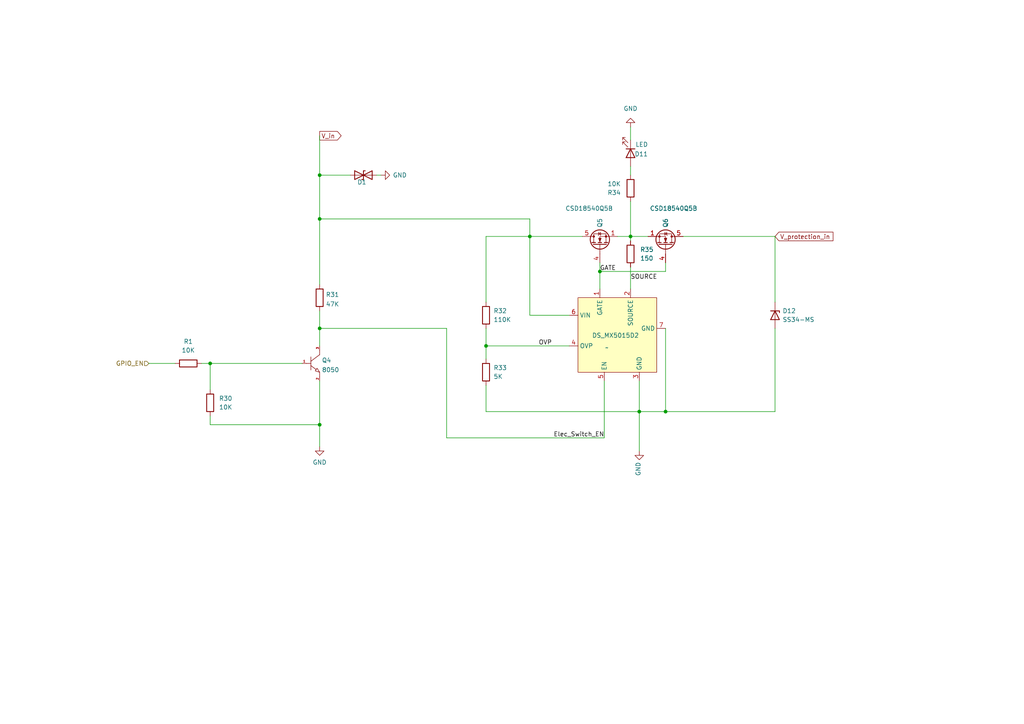
<source format=kicad_sch>
(kicad_sch (version 20231120) (generator "eeschema") (generator_version "8.0")
  (paper "A4")
  (lib_symbols
    (symbol "Basic_semiconductor:BJT_NPN" (pin_names (offset 1.016) hide)
      (property "Reference" "Q" (at 1.27 -1.27 0))
      (property "Value" "BJT_NPN" (at 4.445 1.27 0))
      (symbol "BJT_NPN_0_1"
        (polyline (pts (xy -3.81 0) (xy -2.54 0)))
        (polyline (pts (xy -2.54 0.635) (xy 0 2.54)))
        (polyline (pts (xy -2.54 1.905) (xy -2.54 -1.905)))
        (polyline (pts (xy -1.016 -1.778) (xy -2.54 -0.635)))
        (polyline (pts (xy 0 -3.81) (xy 0 -2.54)))
        (polyline (pts (xy 0 3.81) (xy 0 2.54)))
        (polyline (pts (xy -0.762 -1.397) (xy -1.27 -2.159) (xy 0 -2.54) (xy -0.762 -1.397)))
      )
      (symbol "BJT_NPN_1_1"
        (pin passive line (at -5.08 0 0) (length 1.27) (name "Base") (number "1"))
        (pin passive line (at 0 -5.08 90) (length 1.27) (name "Emitter") (number "2"))
        (pin passive line (at 0 5.08 270) (length 1.27) (name "Collector") (number "3"))
      )
      (symbol "BJT_NPN_1_2"
        (pin passive line (at -5.08 0 0) (length 1.27) (name "Base") (number "1"))
        (pin passive line (at 0 -5.08 90) (length 1.27) (name "Emitter") (number "2"))
        (pin passive line (at 0 5.08 270) (length 1.27) (name "Collector") (number "3"))
      )
    )
    (symbol "DS_MX5015D22:DS_MX5015D22"
      (property "Reference" "DS_MX5015D2" (at -4.318 3.556 0))
      (property "Value" "~" (at 0 0 0))
      (symbol "DS_MX5015D22_1_1"
        (rectangle (start -8.382 14.478) (end 14.478 -7.112) (fill (type background)))
        (pin output line (at -2.032 17.018 270) (length 2.54) (name "GATE") (number "1"))
        (pin output line (at 6.858 17.018 270) (length 2.54) (name "SOURCE") (number "2"))
        (pin output line (at 9.398 -9.652 90) (length 2.54) (name "GND") (number "3"))
        (pin input line (at -10.922 0.508 0) (length 2.54) (name "OVP") (number "4"))
        (pin input line (at -0.762 -9.652 90) (length 2.54) (name "EN") (number "5"))
        (pin input line (at -10.922 9.398 0) (length 2.54) (name "VIN") (number "6"))
        (pin output line (at 17.018 5.588 180) (length 2.54) (name "GND") (number "7"))
      )
    )
    (symbol "Device:D_TVS" (pin_numbers hide) (pin_names (offset 1.016) hide)
      (property "Reference" "D" (at 0 2.54 0))
      (property "Value" "D_TVS" (at 0 -2.54 0))
      (symbol "D_TVS_0_1"
        (polyline (pts (xy 1.27 0) (xy -1.27 0)))
        (polyline (pts (xy 0.508 1.27) (xy 0 1.27) (xy 0 -1.27) (xy -0.508 -1.27)) (stroke (width 0.254)))
        (polyline (pts (xy -2.54 1.27) (xy -2.54 -1.27) (xy 2.54 1.27) (xy 2.54 -1.27) (xy -2.54 1.27)) (stroke (width 0.254)))
      )
      (symbol "D_TVS_1_1"
        (pin passive line (at -3.81 0 0) (length 2.54) (name "A1") (number "1"))
        (pin passive line (at 3.81 0 180) (length 2.54) (name "A2") (number "2"))
      )
    )
    (symbol "Device:LED" (pin_numbers hide) (pin_names (offset 1.016) hide)
      (property "Reference" "D" (at 0 2.54 0))
      (property "Value" "LED" (at 0 -2.54 0))
      (symbol "LED_0_1"
        (polyline (pts (xy -1.27 -1.27) (xy -1.27 1.27)) (stroke (width 0.254)))
        (polyline (pts (xy -1.27 0) (xy 1.27 0)))
        (polyline (pts (xy 1.27 -1.27) (xy 1.27 1.27) (xy -1.27 0) (xy 1.27 -1.27)) (stroke (width 0.254)))
        (polyline (pts (xy -3.048 -0.762) (xy -4.572 -2.286) (xy -3.81 -2.286) (xy -4.572 -2.286) (xy -4.572 -1.524)))
        (polyline (pts (xy -1.778 -0.762) (xy -3.302 -2.286) (xy -2.54 -2.286) (xy -3.302 -2.286) (xy -3.302 -1.524)))
      )
      (symbol "LED_1_1"
        (pin passive line (at -3.81 0 0) (length 2.54) (name "K") (number "1"))
        (pin passive line (at 3.81 0 180) (length 2.54) (name "A") (number "2"))
      )
    )
    (symbol "Device:R" (pin_numbers hide) (pin_names (offset 0))
      (property "Reference" "R" (at 2.032 0 90))
      (property "Value" "R" (at 0 0 90))
      (symbol "R_0_1"
        (rectangle (start -1.016 -2.54) (end 1.016 2.54) (stroke (width 0.254)))
      )
      (symbol "R_1_1"
        (pin passive line (at 0 3.81 270) (length 1.27) (name "~") (number "1"))
        (pin passive line (at 0 -3.81 90) (length 1.27) (name "~") (number "2"))
      )
    )
    (symbol "Diode:SMZxxx" (pin_numbers hide) (pin_names hide)
      (property "Reference" "D" (at 0 2.54 0))
      (property "Value" "SMZxxx" (at 0 -2.54 0))
      (symbol "SMZxxx_0_1"
        (polyline (pts (xy 1.27 0) (xy -1.27 0)))
        (polyline (pts (xy -1.27 -1.27) (xy -1.27 1.27) (xy -0.762 1.27)) (stroke (width 0.254)))
        (polyline (pts (xy 1.27 -1.27) (xy 1.27 1.27) (xy -1.27 0) (xy 1.27 -1.27)) (stroke (width 0.254)))
      )
      (symbol "SMZxxx_1_1"
        (pin passive line (at -3.81 0 0) (length 2.54) (name "K") (number "1"))
        (pin passive line (at 3.81 0 180) (length 2.54) (name "A") (number "2"))
      )
    )
    (symbol "Transistor_FET:CSD18540Q5B" (pin_names hide)
      (property "Reference" "Q" (at 5.08 1.905 0))
      (property "Value" "CSD18540Q5B" (at 5.08 0 0))
      (symbol "CSD18540Q5B_0_1"
        (polyline (pts (xy 0.254 0) (xy -2.54 0)))
        (polyline (pts (xy 0.254 1.905) (xy 0.254 -1.905)) (stroke (width 0.254)))
        (polyline (pts (xy 0.762 -1.27) (xy 0.762 -2.286)) (stroke (width 0.254)))
        (polyline (pts (xy 0.762 0.508) (xy 0.762 -0.508)) (stroke (width 0.254)))
        (polyline (pts (xy 0.762 2.286) (xy 0.762 1.27)) (stroke (width 0.254)))
        (polyline (pts (xy 2.54 2.54) (xy 2.54 1.778)))
        (polyline (pts (xy 2.54 -2.54) (xy 2.54 0) (xy 0.762 0)))
        (polyline (pts (xy 0.762 -1.778) (xy 3.302 -1.778) (xy 3.302 1.778) (xy 0.762 1.778)))
        (polyline (pts (xy 1.016 0) (xy 2.032 0.381) (xy 2.032 -0.381) (xy 1.016 0)) (fill (type outline)))
        (polyline (pts (xy 2.794 0.508) (xy 2.921 0.381) (xy 3.683 0.381) (xy 3.81 0.254)))
        (polyline (pts (xy 3.302 0.381) (xy 2.921 -0.254) (xy 3.683 -0.254) (xy 3.302 0.381)))
        (circle (center 1.651 0) (radius 2.794) (stroke (width 0.254)))
        (circle (center 2.54 -1.778) (radius 0.254) (fill (type outline)))
        (circle (center 2.54 1.778) (radius 0.254) (fill (type outline)))
      )
      (symbol "CSD18540Q5B_1_1"
        (pin passive line (at 2.54 -5.08 90) (length 2.54) (name "S") (number "1"))
        (pin passive line (at 2.54 -5.08 90) (length 2.54) hide (name "S") (number "2"))
        (pin passive line (at 2.54 -5.08 90) (length 2.54) hide (name "S") (number "3"))
        (pin passive line (at -5.08 0 0) (length 2.54) (name "G") (number "4"))
        (pin passive line (at 2.54 5.08 270) (length 2.54) (name "D") (number "5"))
      )
    )
    (symbol "power:GND" (power) (pin_names (offset 0))
      (property "Value" "GND" (at 0 -3.81 0))
      (symbol "GND_0_1"
        (polyline (pts (xy 0 0) (xy 0 -1.27) (xy 1.27 -1.27) (xy 0 -2.54) (xy -1.27 -1.27) (xy 0 -1.27)))
      )
      (symbol "GND_1_1"
        (pin power_in line (at 0 0 270) (length 0) hide (name "GND") (number "1"))
      )
    )
  )
  (junction (at 182.88 68.58))
  (junction (at 92.71 123.19))
  (junction (at 193.04 119.38))
  (junction (at 92.71 50.8))
  (junction (at 92.71 95.25))
  (junction (at 185.42 119.38))
  (junction (at 140.97 100.33))
  (junction (at 153.67 68.58))
  (junction (at 92.71 63.5))
  (junction (at 60.96 105.41))
  (junction (at 173.99 78.74))
  (wire (pts (xy 173.99 78.74) (xy 173.99 83.82)))
  (wire (pts (xy 182.88 50.8) (xy 182.88 48.26)))
  (wire (pts (xy 92.71 95.25) (xy 129.54 95.25)))
  (wire (pts (xy 224.79 68.58) (xy 224.79 87.63)))
  (wire (pts (xy 60.96 105.41) (xy 87.63 105.41)))
  (wire (pts (xy 182.88 77.47) (xy 182.88 83.82)))
  (wire (pts (xy 60.96 113.03) (xy 60.96 105.41)))
  (wire (pts (xy 153.67 91.44) (xy 153.67 68.58)))
  (wire (pts (xy 175.26 110.49) (xy 175.26 127)))
  (wire (pts (xy 153.67 63.5) (xy 92.71 63.5)))
  (wire (pts (xy 185.42 119.38) (xy 193.04 119.38)))
  (wire (pts (xy 182.88 68.58) (xy 182.88 69.85)))
  (wire (pts (xy 198.12 68.58) (xy 224.79 68.58)))
  (wire (pts (xy 140.97 68.58) (xy 140.97 87.63)))
  (wire (pts (xy 110.49 50.8) (xy 109.22 50.8)))
  (wire (pts (xy 179.07 68.58) (xy 182.88 68.58)))
  (wire (pts (xy 193.04 78.74) (xy 173.99 78.74)))
  (wire (pts (xy 185.42 110.49) (xy 185.42 119.38)))
  (wire (pts (xy 182.88 58.42) (xy 182.88 68.58)))
  (wire (pts (xy 173.99 76.2) (xy 173.99 78.74)))
  (wire (pts (xy 182.88 68.58) (xy 187.96 68.58)))
  (wire (pts (xy 140.97 119.38) (xy 185.42 119.38)))
  (wire (pts (xy 182.88 40.64) (xy 182.88 36.83)))
  (wire (pts (xy 153.67 63.5) (xy 153.67 68.58)))
  (wire (pts (xy 153.67 68.58) (xy 168.91 68.58)))
  (wire (pts (xy 140.97 68.58) (xy 153.67 68.58)))
  (wire (pts (xy 92.71 63.5) (xy 92.71 82.55)))
  (wire (pts (xy 193.04 119.38) (xy 224.79 119.38)))
  (wire (pts (xy 140.97 100.33) (xy 140.97 104.14)))
  (wire (pts (xy 129.54 127) (xy 175.26 127)))
  (wire (pts (xy 140.97 95.25) (xy 140.97 100.33)))
  (wire (pts (xy 43.18 105.41) (xy 50.8 105.41)))
  (wire (pts (xy 92.71 50.8) (xy 92.71 63.5)))
  (wire (pts (xy 101.6 50.8) (xy 92.71 50.8)))
  (wire (pts (xy 60.96 123.19) (xy 92.71 123.19)))
  (wire (pts (xy 92.71 39.37) (xy 92.71 50.8)))
  (wire (pts (xy 153.67 91.44) (xy 165.1 91.44)))
  (wire (pts (xy 60.96 120.65) (xy 60.96 123.19)))
  (wire (pts (xy 140.97 100.33) (xy 165.1 100.33)))
  (wire (pts (xy 92.71 110.49) (xy 92.71 123.19)))
  (wire (pts (xy 92.71 123.19) (xy 92.71 129.54)))
  (wire (pts (xy 193.04 76.2) (xy 193.04 78.74)))
  (wire (pts (xy 185.42 119.38) (xy 185.42 130.81)))
  (wire (pts (xy 224.79 95.25) (xy 224.79 119.38)))
  (wire (pts (xy 129.54 95.25) (xy 129.54 127)))
  (wire (pts (xy 58.42 105.41) (xy 60.96 105.41)))
  (wire (pts (xy 92.71 95.25) (xy 92.71 100.33)))
  (wire (pts (xy 193.04 95.25) (xy 193.04 119.38)))
  (wire (pts (xy 92.71 90.17) (xy 92.71 95.25)))
  (wire (pts (xy 140.97 111.76) (xy 140.97 119.38)))
  (label "SOURCE" (at 182.88 81.28 0))
  (label "Elec_Switch_EN" (at 175.26 127 180))
  (label "OVP" (at 156.21 100.33 0))
  (label "GATE" (at 173.99 78.74 0))
  (global_label "V_protection_in" (shape input) (at 224.79 68.58 0) (property "Intersheetrefs" "${INTERSHEET_REFS}" (effects (hide yes))))
  (global_label "V_in" (shape output) (at 92.71 39.37 0) (property "Intersheetrefs" "${INTERSHEET_REFS}" (effects (hide yes))))
  (hierarchical_label "GPIO_EN" (shape input) (at 43.18 105.41 180))
  (symbol (lib_id "Device:D_TVS") (at 105.41 50.8 0) (unit 1)
    (property "Reference" "D1" (at 106.3185 52.832 0) (effects (justify right)))
    (property "Value" "SMD4532-075" (effects (hide yes)))
    (property "Footprint" "Diode_SMD:D_SOD-123F" (effects (hide yes)))
  )
  (symbol (lib_id "Device:R") (at 92.71 86.36 180) (unit 1)
    (property "Reference" "R31" (at 94.488 85.4515 0) (effects (justify right)))
    (property "Value" "47K" (at 94.488 88.2266 0) (effects (justify right)))
    (property "Footprint" "Resistor_SMD:R_0603_1608Metric_Pad0.98x0.95mm_HandSolder" (effects (hide yes)))
  )
  (symbol (lib_id "Transistor_FET:CSD18540Q5B") (at 193.04 71.12 270) (mirror x) (unit 1)
    (property "Reference" "Q6" (at 193.04 66.04 0) (effects (justify left)))
    (property "Value" "CSD18540Q5B" (at 188.468 60.452 90) (effects (justify left)))
    (property "Footprint" "Package_TO_SOT_SMD:TDSON-8-1" (effects (hide yes)))
    (property "Datasheet" "http://www.ti.com/lit/gpn/csd18540q5b" (effects (hide yes)))
  )
  (symbol (lib_id "Device:R") (at 60.96 116.84 0) (unit 1)
    (property "Reference" "R30" (at 63.5 115.5699 0) (effects (justify left)))
    (property "Value" "10K" (at 63.5 118.1099 0) (effects (justify left)))
    (property "Footprint" "Resistor_SMD:R_0603_1608Metric_Pad0.98x0.95mm_HandSolder" (effects (hide yes)))
  )
  (symbol (lib_id "power:GND") (at 92.71 129.54 0) (unit 1)
    (property "Reference" "#PWR032" (effects (hide yes)))
    (property "Value" "GND" (at 92.71 134.1025 0))
  )
  (symbol (lib_id "Device:R") (at 182.88 54.61 180) (unit 1)
    (property "Reference" "R34" (at 180.086 55.88 0) (effects (justify left)))
    (property "Value" "10K" (at 180.086 53.34 0) (effects (justify left)))
    (property "Footprint" "Resistor_SMD:R_0603_1608Metric_Pad0.98x0.95mm_HandSolder" (effects (hide yes)))
  )
  (symbol (lib_id "power:GND") (at 110.49 50.8 90) (unit 1)
    (property "Reference" "#PWR01" (effects (hide yes)))
    (property "Value" "GND" (at 113.919 50.8 90) (effects (justify right)))
  )
  (symbol (lib_id "Device:R") (at 140.97 107.95 0) (unit 1)
    (property "Reference" "R33" (at 143.129 106.68 0) (effects (justify left)))
    (property "Value" "5K" (at 143.129 109.22 0) (effects (justify left)))
    (property "Footprint" "Resistor_SMD:R_0603_1608Metric_Pad0.98x0.95mm_HandSolder" (effects (hide yes)))
  )
  (symbol (lib_id "power:GND") (at 185.42 130.81 0) (unit 1)
    (property "Reference" "#PWR034" (effects (hide yes)))
    (property "Value" "GND" (at 185.1032 133.985 90) (effects (justify right)))
  )
  (symbol (lib_id "Device:LED") (at 182.88 44.45 270) (unit 1)
    (property "Reference" "D11" (at 187.96 44.6851 90) (effects (justify right)))
    (property "Value" "LED" (at 187.96 41.91 90) (effects (justify right)))
    (property "Footprint" "LED_SMD:LED_0603_1608Metric" (effects (hide yes)))
  )
  (symbol (lib_id "Diode:SMZxxx") (at 224.79 91.44 270) (unit 1)
    (property "Reference" "D12" (at 226.949 90.17 90) (effects (justify left)))
    (property "Value" "SS34-MS" (at 226.949 92.71 90) (effects (justify left)))
    (property "Footprint" "SS34_MS:DO-214AC_L4.3-W2.7-LS5.0-RD" (effects (hide yes)))
    (property "Datasheet" "https://diotec.com/tl_files/diotec/files/pdf/datasheets/smz1.pdf" (effects (hide yes)))
  )
  (symbol (lib_id "Device:R") (at 140.97 91.44 0) (unit 1)
    (property "Reference" "R32" (at 143.129 90.17 0) (effects (justify left)))
    (property "Value" "110K" (at 143.129 92.71 0) (effects (justify left)))
    (property "Footprint" "Resistor_SMD:R_0603_1608Metric_Pad0.98x0.95mm_HandSolder" (effects (hide yes)))
  )
  (symbol (lib_id "Transistor_FET:CSD18540Q5B") (at 173.99 71.12 90) (unit 1)
    (property "Reference" "Q5" (at 173.99 66.04 0) (effects (justify left)))
    (property "Value" "CSD18540Q5B" (at 177.8 60.452 90) (effects (justify left)))
    (property "Footprint" "Package_TO_SOT_SMD:TDSON-8-1" (effects (hide yes)))
    (property "Datasheet" "http://www.ti.com/lit/gpn/csd18540q5b" (effects (hide yes)))
  )
  (symbol (lib_id "Device:R") (at 182.88 73.66 0) (unit 1)
    (property "Reference" "R35" (at 185.674 72.39 0) (effects (justify left)))
    (property "Value" "150" (at 185.674 74.93 0) (effects (justify left)))
    (property "Footprint" "Resistor_SMD:R_0603_1608Metric_Pad0.98x0.95mm_HandSolder" (effects (hide yes)))
  )
  (symbol (lib_id "Basic_semiconductor:BJT_NPN") (at 92.71 105.41 0) (unit 1)
    (property "Reference" "Q4" (at 93.345 104.5015 0) (effects (justify left)))
    (property "Value" "8050" (at 93.345 107.2766 0) (effects (justify left)))
    (property "Footprint" "Package_TO_SOT_SMD:SOT-23" (effects (hide yes)))
  )
  (symbol (lib_id "Device:R") (at 54.61 105.41 270) (unit 1)
    (property "Reference" "R1" (at 54.61 99.06 90))
    (property "Value" "10K" (at 54.61 101.6 90))
    (property "Footprint" "Resistor_SMD:R_0603_1608Metric_Pad0.98x0.95mm_HandSolder" (effects (hide yes)))
  )
  (symbol (lib_id "DS_MX5015D22:DS_MX5015D22") (at 176.022 100.838 0) (unit 1)
    (property "Reference" "DS_MX5015D2" (at 171.704 97.282 0) (effects (justify left)))
    (property "Value" "~" (at 176.022 100.838 0))
    (property "Footprint" "003_GN_SMALL-SEMI_SMD:DFN-6_2020" (effects (hide yes)))
  )
  (symbol (lib_id "power:GND") (at 182.88 36.83 0) (mirror x) (unit 1)
    (property "Reference" "#PWR033" (effects (hide yes)))
    (property "Value" "GND" (at 182.88 31.496 0))
  )
)
</source>
